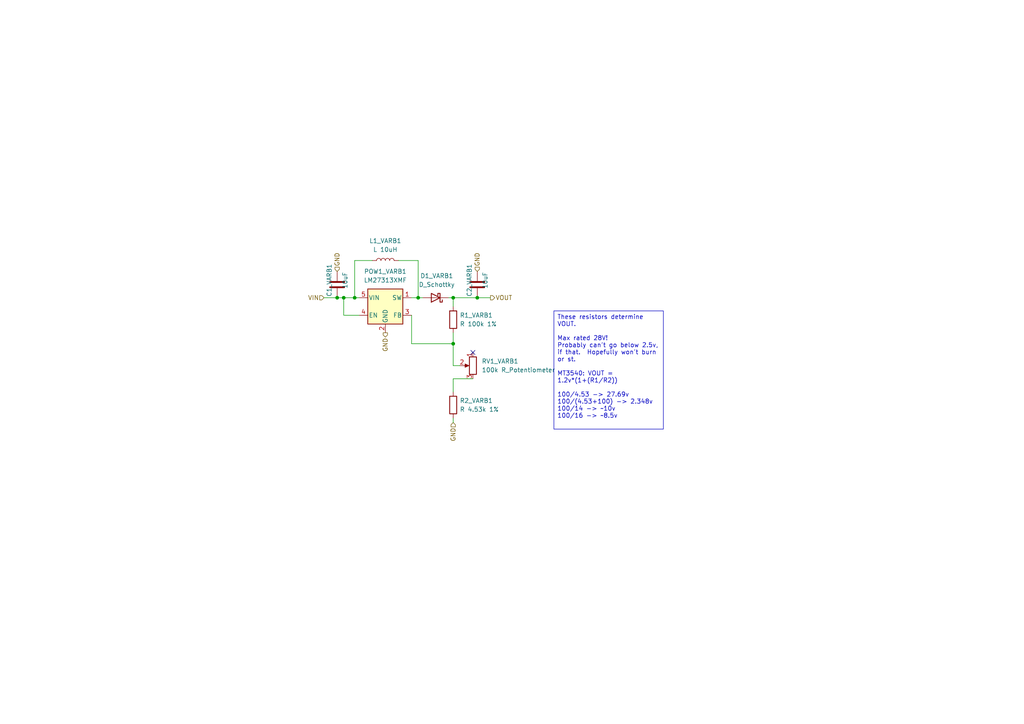
<source format=kicad_sch>
(kicad_sch (version 20231120) (generator "eeschema") (generator_version "8.0")
  (paper "A4")
  (lib_symbols
    (symbol "Device:C" (pin_numbers hide) (pin_names (offset 0.254))
      (property "Reference" "C" (at 0.635 2.54 0))
      (property "Value" "C" (at 0.635 -2.54 0))
      (symbol "C_0_1"
        (polyline (pts (xy -2.032 -0.762) (xy 2.032 -0.762)) (stroke (width 0.508)))
        (polyline (pts (xy -2.032 0.762) (xy 2.032 0.762)) (stroke (width 0.508)))
      )
      (symbol "C_1_1"
        (pin passive line (at 0 3.81 270) (length 2.794) (name "~") (number "1"))
        (pin passive line (at 0 -3.81 90) (length 2.794) (name "~") (number "2"))
      )
    )
    (symbol "Device:D_Schottky" (pin_numbers hide) (pin_names (offset 1.016) hide)
      (property "Reference" "D" (at 0 2.54 0))
      (property "Value" "D_Schottky" (at 0 -2.54 0))
      (symbol "D_Schottky_0_1"
        (polyline (pts (xy 1.27 0) (xy -1.27 0)))
        (polyline (pts (xy 1.27 1.27) (xy 1.27 -1.27) (xy -1.27 0) (xy 1.27 1.27)) (stroke (width 0.254)))
        (polyline (pts (xy -1.905 0.635) (xy -1.905 1.27) (xy -1.27 1.27) (xy -1.27 -1.27) (xy -0.635 -1.27) (xy -0.635 -0.635)) (stroke (width 0.254)))
      )
      (symbol "D_Schottky_1_1"
        (pin passive line (at -3.81 0 0) (length 2.54) (name "K") (number "1"))
        (pin passive line (at 3.81 0 180) (length 2.54) (name "A") (number "2"))
      )
    )
    (symbol "Device:L" (pin_numbers hide) (pin_names (offset 1.016) hide)
      (property "Reference" "L" (at -1.27 0 90))
      (property "Value" "L" (at 1.905 0 90))
      (symbol "L_0_1"
        (arc (start 0 -2.54) (mid 0.6323 -1.905) (end 0 -1.27))
        (arc (start 0 -1.27) (mid 0.6323 -0.635) (end 0 0))
        (arc (start 0 0) (mid 0.6323 0.635) (end 0 1.27))
        (arc (start 0 1.27) (mid 0.6323 1.905) (end 0 2.54))
      )
      (symbol "L_1_1"
        (pin passive line (at 0 3.81 270) (length 1.27) (name "1") (number "1"))
        (pin passive line (at 0 -3.81 90) (length 1.27) (name "2") (number "2"))
      )
    )
    (symbol "Device:R" (pin_numbers hide) (pin_names (offset 0))
      (property "Reference" "R" (at 2.032 0 90))
      (property "Value" "R" (at 0 0 90))
      (symbol "R_0_1"
        (rectangle (start -1.016 -2.54) (end 1.016 2.54) (stroke (width 0.254)))
      )
      (symbol "R_1_1"
        (pin passive line (at 0 3.81 270) (length 1.27) (name "~") (number "1"))
        (pin passive line (at 0 -3.81 90) (length 1.27) (name "~") (number "2"))
      )
    )
    (symbol "Device:R_Potentiometer" (pin_names (offset 1.016) hide)
      (property "Reference" "RV" (at -4.445 0 90))
      (property "Value" "R_Potentiometer" (at -2.54 0 90))
      (symbol "R_Potentiometer_0_1"
        (polyline (pts (xy 2.54 0) (xy 1.524 0)))
        (polyline (pts (xy 1.143 0) (xy 2.286 0.508) (xy 2.286 -0.508) (xy 1.143 0)) (fill (type outline)))
        (rectangle (start 1.016 2.54) (end -1.016 -2.54) (stroke (width 0.254)))
      )
      (symbol "R_Potentiometer_1_1"
        (pin passive line (at 0 3.81 270) (length 1.27) (name "1") (number "1"))
        (pin passive line (at 3.81 0 180) (length 1.27) (name "2") (number "2"))
        (pin passive line (at 0 -3.81 90) (length 1.27) (name "3") (number "3"))
      )
    )
    (symbol "Regulator_Switching:LM27313XMF" (pin_names (offset 0.254))
      (property "Reference" "U" (at -5.08 6.35 0))
      (property "Value" "LM27313XMF" (at 0 6.35 0))
      (symbol "LM27313XMF_0_1"
        (rectangle (start -5.08 5.08) (end 5.08 -5.08) (stroke (width 0.254)) (fill (type background)))
      )
      (symbol "LM27313XMF_1_1"
        (pin output line (at 7.62 2.54 180) (length 2.54) (name "SW") (number "1"))
        (pin power_in line (at 0 -7.62 90) (length 2.54) (name "GND") (number "2"))
        (pin input line (at 7.62 -2.54 180) (length 2.54) (name "FB") (number "3"))
        (pin input line (at -7.62 -2.54 0) (length 2.54) (name "EN") (number "4"))
        (pin input line (at -7.62 2.54 0) (length 2.54) (name "VIN") (number "5"))
      )
    )
  )
  (junction (at 99.695 86.36))
  (junction (at 102.87 86.36))
  (junction (at 138.43 86.36))
  (junction (at 131.445 86.36))
  (junction (at 121.285 86.36))
  (junction (at 131.445 99.695))
  (junction (at 97.79 86.36))
  (no_connect (at 137.16 102.235))
  (wire (pts (xy 131.445 109.855) (xy 131.445 113.665)))
  (wire (pts (xy 102.87 86.36) (xy 104.14 86.36)))
  (wire (pts (xy 130.175 86.36) (xy 131.445 86.36)))
  (wire (pts (xy 102.87 75.565) (xy 107.95 75.565)))
  (wire (pts (xy 137.16 109.855) (xy 131.445 109.855)))
  (wire (pts (xy 138.43 86.36) (xy 142.24 86.36)))
  (wire (pts (xy 99.695 86.36) (xy 99.695 91.44)))
  (wire (pts (xy 97.79 86.36) (xy 99.695 86.36)))
  (wire (pts (xy 102.87 86.36) (xy 102.87 75.565)))
  (wire (pts (xy 119.38 99.695) (xy 119.38 91.44)))
  (wire (pts (xy 121.285 86.36) (xy 122.555 86.36)))
  (wire (pts (xy 131.445 96.52) (xy 131.445 99.695)))
  (wire (pts (xy 131.445 86.36) (xy 131.445 88.9)))
  (wire (pts (xy 121.285 75.565) (xy 121.285 86.36)))
  (wire (pts (xy 115.57 75.565) (xy 121.285 75.565)))
  (wire (pts (xy 131.445 99.695) (xy 131.445 106.045)))
  (wire (pts (xy 131.445 106.045) (xy 133.35 106.045)))
  (wire (pts (xy 121.285 86.36) (xy 119.38 86.36)))
  (wire (pts (xy 99.695 86.36) (xy 102.87 86.36)))
  (wire (pts (xy 99.695 91.44) (xy 104.14 91.44)))
  (wire (pts (xy 131.445 86.36) (xy 138.43 86.36)))
  (wire (pts (xy 119.38 99.695) (xy 131.445 99.695)))
  (wire (pts (xy 93.98 86.36) (xy 97.79 86.36)))
  (wire (pts (xy 131.445 121.285) (xy 131.445 122.555)))
  (text_box "These resistors determine VOUT.\n\nMax rated 28V!\nProbably can't go below 2.5v, if that.  Hopefully won't burn or st.\n\nMT3540: VOUT = 1.2v*(1+(R1/R2))\n\n100/4.53 -> 27.69v\n100/(4.53+100) -> 2.348v\n100/14 -> ~10v\n100/16 -> ~8.5v" (at 160.655 90.17 0) (size 31.75 34.29) (effects (font (size 1.27 1.27)) (justify left top)))
  (hierarchical_label "GND" (shape input) (at 97.79 78.74 90))
  (hierarchical_label "GND" (shape input) (at 138.43 78.74 90))
  (hierarchical_label "VOUT" (shape output) (at 142.24 86.36 0))
  (hierarchical_label "GND" (shape input) (at 131.445 122.555 270))
  (hierarchical_label "GND" (shape output) (at 111.76 96.52 270))
  (hierarchical_label "VIN" (shape input) (at 93.98 86.36 180))
  (symbol (lib_id "Regulator_Switching:LM27313XMF") (at 111.76 88.9 0) (unit 1)
    (property "Reference" "POW1_VARB1" (at 111.76 78.74 0))
    (property "Value" "LM27313XMF" (at 111.76 81.28 0))
    (property "Footprint" "Package_TO_SOT_SMD:SOT-23-5" (effects (hide yes)))
    (property "Datasheet" "http://www.ti.com/lit/ds/symlink/lm27313.pdf" (effects (hide yes)))
    (property "Description" "boost converterType 28V 2.5V~5.5V 1.5A SOT-23-5  DC-DC Converters ROHS" (effects (hide yes)))
    (property "MFR" "MT3540" (effects (hide yes)))
    (property "LCSC" "C181744" (effects (hide yes)))
  )
  (symbol (lib_id "Device:R") (at 131.445 117.475 0) (unit 1)
    (property "Reference" "R2_VARB1" (at 133.35 116.205 0) (effects (justify left)))
    (property "Value" "R 4.53k 1%" (at 133.35 118.745 0) (effects (justify left)))
    (property "Footprint" "Resistor_SMD:R_0402_1005Metric" (effects (hide yes)))
    (property "Description" "±1% 4.53kΩ 0402  Chip Resistor - Surface Mount ROHS" (effects (hide yes)))
    (property "MFR" "SCR0402F4K53" (effects (hide yes)))
    (property "LCSC" "C3015988" (effects (hide yes)))
    (property "URL" "https://jlcpcb.com/partdetail/Vo-SCR0402F4K53/C3015988" (effects (hide yes)))
  )
  (symbol (lib_id "Device:R_Potentiometer") (at 137.16 106.045 0) (mirror y) (unit 1)
    (property "Reference" "RV1_VARB1" (at 139.7 104.775 0) (effects (justify right)))
    (property "Value" "100k R_Potentiometer" (at 139.7 107.315 0) (effects (justify right)))
    (property "Footprint" "Potentiometer_SMD:Potentiometer_Bourns_3314J_Vertical" (effects (hide yes)))
    (property "Description" "±25% 100kΩ SMD  Variable Resistors/Potentiometers ROHS" (effects (hide yes)))
    (property "MFR" "VG039NCHXTB104" (effects (hide yes)))
    (property "LCSC" "C128545" (effects (hide yes)))
    (property "URL" "https://jlcpcb.com/partdetail/139830-VG039NCHXTB104/C128545" (effects (hide yes)))
  )
  (symbol (lib_id "Device:L") (at 111.76 75.565 90) (unit 1)
    (property "Reference" "L1_VARB1" (at 111.76 69.85 90))
    (property "Value" "L 10uH" (at 111.76 72.39 90))
    (property "Footprint" "Inductor_SMD:L_0805_2012Metric" (effects (hide yes)))
    (property "Description" "400mA 10uH ±20% 0805  Inductors (SMD) ROHS" (effects (hide yes)))
    (property "MFR" "CPY201212T-100M-NP" (effects (hide yes)))
    (property "LCSC" "C285963" (effects (hide yes)))
  )
  (symbol (lib_id "Device:R") (at 131.445 92.71 0) (unit 1)
    (property "Reference" "R1_VARB1" (at 133.35 91.44 0) (effects (justify left)))
    (property "Value" "R 100k 1%" (at 133.35 93.98 0) (effects (justify left)))
    (property "Footprint" "Resistor_SMD:R_0402_1005Metric" (effects (hide yes)))
    (property "Description" "62.5mW Thick Film Resistors ±100ppm/℃ ±1% 100kΩ 0402  Chip Resistor - Surface Mount ROHS" (effects (hide yes)))
    (property "MFR" "RC0402FR-07100KL" (effects (hide yes)))
    (property "LCSC" "C60491" (effects (hide yes)))
    (property "URL" "https://jlcpcb.com/partdetail/YAGEO-RC0402FR07100KL/C60491" (effects (hide yes)))
  )
  (symbol (lib_id "Device:D_Schottky") (at 126.365 86.36 180) (unit 1)
    (property "Reference" "D1_VARB1" (at 126.6825 80.01 0))
    (property "Value" "D_Schottky" (at 126.6825 82.55 0))
    (property "Footprint" "Diode_SMD:D_0402_1005Metric" (effects (hide yes)))
    (property "Description" "40V Single 600mV@1A 1A 0402  Schottky Barrier Diodes (SBD) ROHS" (effects (hide yes)))
    (property "MFR" "RB161QS-40T18R" (effects (hide yes)))
    (property "LCSC" "C2837790" (effects (hide yes)))
    (property "URL" "https://jlcpcb.com/partdetail/ROHMSemicon-RB161QS40T18R/C2837790" (effects (hide yes)))
  )
  (symbol (lib_id "Device:C") (at 138.43 82.55 0) (unit 1)
    (property "Reference" "C2_VARB1" (at 136.14 81.3 90))
    (property "Value" "10uF" (at 140.73 81.3 90))
    (property "Footprint" "Capacitor_SMD:C_0603_1608Metric" (effects (hide yes)))
    (property "Description" "35V 10uF X5R ±20% 0603  Multilayer Ceramic Capacitors MLCC - SMD/SMT ROHS" (effects (hide yes)))
    (property "MFR" "GRM188R6YA106MA73D" (effects (hide yes)))
    (property "LCSC" "C194427" (effects (hide yes)))
    (property "URL" "https://jlcpcb.com/partdetail/235742-GRM188R6YA106MA73D/C194427" (effects (hide yes)))
  )
  (symbol (lib_id "Device:C") (at 97.79 82.55 0) (unit 1)
    (property "Reference" "C1_VARB1" (at 95.5 81.3 90))
    (property "Value" "10uF" (at 100.09 81.3 90))
    (property "Footprint" "Capacitor_SMD:C_0603_1608Metric" (effects (hide yes)))
    (property "Description" "35V 10uF X5R ±20% 0603  Multilayer Ceramic Capacitors MLCC - SMD/SMT ROHS" (effects (hide yes)))
    (property "MFR" "GRM188R6YA106MA73D" (effects (hide yes)))
    (property "LCSC" "C194427" (effects (hide yes)))
    (property "URL" "https://jlcpcb.com/partdetail/235742-GRM188R6YA106MA73D/C194427" (effects (hide yes)))
  )
)
</source>
